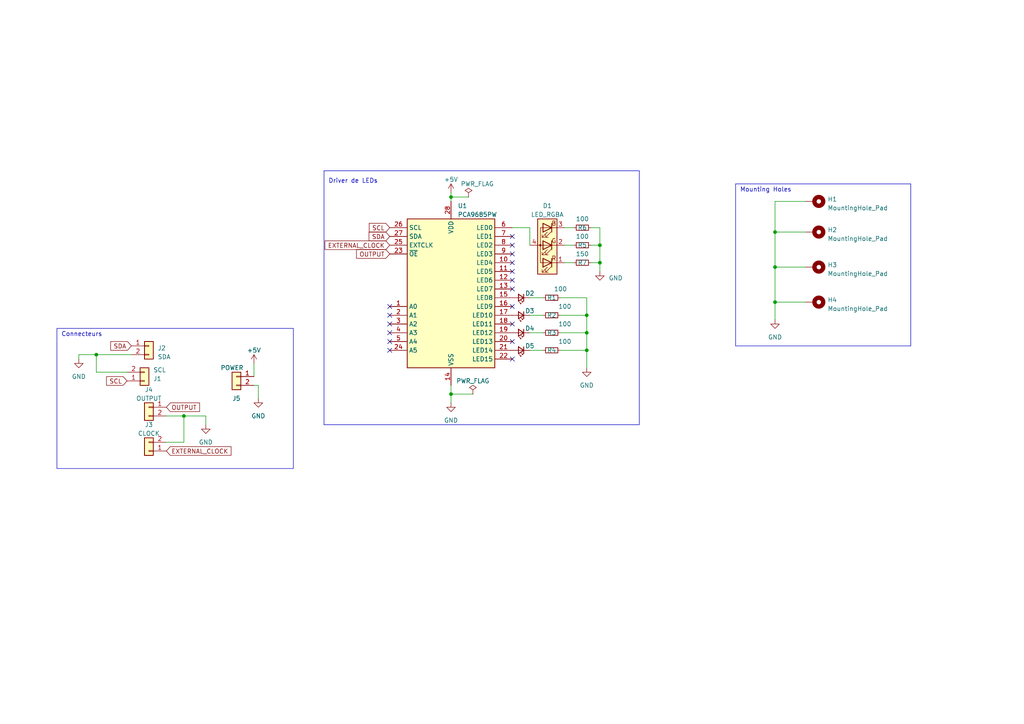
<source format=kicad_sch>
(kicad_sch (version 20230121) (generator eeschema)

  (uuid 623f52a9-c3b7-4663-802f-64c520840f8d)

  (paper "A4")

  (title_block
    (title "PCB LEDs")
    (date "2023-04-11")
    (rev "1.0")
    (company "ENSEA")
  )

  (lib_symbols
    (symbol "Connector_Generic:Conn_01x02" (pin_names (offset 1.016) hide) (in_bom yes) (on_board yes)
      (property "Reference" "J" (at 0 2.54 0)
        (effects (font (size 1.27 1.27)))
      )
      (property "Value" "Conn_01x02" (at 0 -5.08 0)
        (effects (font (size 1.27 1.27)))
      )
      (property "Footprint" "" (at 0 0 0)
        (effects (font (size 1.27 1.27)) hide)
      )
      (property "Datasheet" "~" (at 0 0 0)
        (effects (font (size 1.27 1.27)) hide)
      )
      (property "ki_keywords" "connector" (at 0 0 0)
        (effects (font (size 1.27 1.27)) hide)
      )
      (property "ki_description" "Generic connector, single row, 01x02, script generated (kicad-library-utils/schlib/autogen/connector/)" (at 0 0 0)
        (effects (font (size 1.27 1.27)) hide)
      )
      (property "ki_fp_filters" "Connector*:*_1x??_*" (at 0 0 0)
        (effects (font (size 1.27 1.27)) hide)
      )
      (symbol "Conn_01x02_1_1"
        (rectangle (start -1.27 -2.413) (end 0 -2.667)
          (stroke (width 0.1524) (type default))
          (fill (type none))
        )
        (rectangle (start -1.27 0.127) (end 0 -0.127)
          (stroke (width 0.1524) (type default))
          (fill (type none))
        )
        (rectangle (start -1.27 1.27) (end 1.27 -3.81)
          (stroke (width 0.254) (type default))
          (fill (type background))
        )
        (pin passive line (at -5.08 0 0) (length 3.81)
          (name "Pin_1" (effects (font (size 1.27 1.27))))
          (number "1" (effects (font (size 1.27 1.27))))
        )
        (pin passive line (at -5.08 -2.54 0) (length 3.81)
          (name "Pin_2" (effects (font (size 1.27 1.27))))
          (number "2" (effects (font (size 1.27 1.27))))
        )
      )
    )
    (symbol "Device:LED_RGBA" (pin_names (offset 0) hide) (in_bom yes) (on_board yes)
      (property "Reference" "D" (at 0 9.398 0)
        (effects (font (size 1.27 1.27)))
      )
      (property "Value" "LED_RGBA" (at 0 -8.89 0)
        (effects (font (size 1.27 1.27)))
      )
      (property "Footprint" "" (at 0 -1.27 0)
        (effects (font (size 1.27 1.27)) hide)
      )
      (property "Datasheet" "~" (at 0 -1.27 0)
        (effects (font (size 1.27 1.27)) hide)
      )
      (property "ki_keywords" "LED RGB diode" (at 0 0 0)
        (effects (font (size 1.27 1.27)) hide)
      )
      (property "ki_description" "RGB LED, red/green/blue/anode" (at 0 0 0)
        (effects (font (size 1.27 1.27)) hide)
      )
      (property "ki_fp_filters" "LED* LED_SMD:* LED_THT:*" (at 0 0 0)
        (effects (font (size 1.27 1.27)) hide)
      )
      (symbol "LED_RGBA_0_0"
        (text "B" (at -1.905 -6.35 0)
          (effects (font (size 1.27 1.27)))
        )
        (text "G" (at -1.905 -1.27 0)
          (effects (font (size 1.27 1.27)))
        )
        (text "R" (at -1.905 3.81 0)
          (effects (font (size 1.27 1.27)))
        )
      )
      (symbol "LED_RGBA_0_1"
        (polyline
          (pts
            (xy -1.27 -5.08)
            (xy -2.54 -5.08)
          )
          (stroke (width 0) (type default))
          (fill (type none))
        )
        (polyline
          (pts
            (xy -1.27 -5.08)
            (xy 1.27 -5.08)
          )
          (stroke (width 0) (type default))
          (fill (type none))
        )
        (polyline
          (pts
            (xy -1.27 -3.81)
            (xy -1.27 -6.35)
          )
          (stroke (width 0.254) (type default))
          (fill (type none))
        )
        (polyline
          (pts
            (xy -1.27 0)
            (xy -2.54 0)
          )
          (stroke (width 0) (type default))
          (fill (type none))
        )
        (polyline
          (pts
            (xy -1.27 1.27)
            (xy -1.27 -1.27)
          )
          (stroke (width 0.254) (type default))
          (fill (type none))
        )
        (polyline
          (pts
            (xy -1.27 5.08)
            (xy -2.54 5.08)
          )
          (stroke (width 0) (type default))
          (fill (type none))
        )
        (polyline
          (pts
            (xy -1.27 5.08)
            (xy 1.27 5.08)
          )
          (stroke (width 0) (type default))
          (fill (type none))
        )
        (polyline
          (pts
            (xy -1.27 6.35)
            (xy -1.27 3.81)
          )
          (stroke (width 0.254) (type default))
          (fill (type none))
        )
        (polyline
          (pts
            (xy 1.27 0)
            (xy -1.27 0)
          )
          (stroke (width 0) (type default))
          (fill (type none))
        )
        (polyline
          (pts
            (xy 1.27 0)
            (xy 2.54 0)
          )
          (stroke (width 0) (type default))
          (fill (type none))
        )
        (polyline
          (pts
            (xy -1.27 1.27)
            (xy -1.27 -1.27)
            (xy -1.27 -1.27)
          )
          (stroke (width 0) (type default))
          (fill (type none))
        )
        (polyline
          (pts
            (xy -1.27 6.35)
            (xy -1.27 3.81)
            (xy -1.27 3.81)
          )
          (stroke (width 0) (type default))
          (fill (type none))
        )
        (polyline
          (pts
            (xy 1.27 -5.08)
            (xy 2.032 -5.08)
            (xy 2.032 5.08)
            (xy 1.27 5.08)
          )
          (stroke (width 0) (type default))
          (fill (type none))
        )
        (polyline
          (pts
            (xy 1.27 -3.81)
            (xy 1.27 -6.35)
            (xy -1.27 -5.08)
            (xy 1.27 -3.81)
          )
          (stroke (width 0.254) (type default))
          (fill (type none))
        )
        (polyline
          (pts
            (xy 1.27 1.27)
            (xy 1.27 -1.27)
            (xy -1.27 0)
            (xy 1.27 1.27)
          )
          (stroke (width 0.254) (type default))
          (fill (type none))
        )
        (polyline
          (pts
            (xy 1.27 6.35)
            (xy 1.27 3.81)
            (xy -1.27 5.08)
            (xy 1.27 6.35)
          )
          (stroke (width 0.254) (type default))
          (fill (type none))
        )
        (polyline
          (pts
            (xy -1.016 -3.81)
            (xy 0.508 -2.286)
            (xy -0.254 -2.286)
            (xy 0.508 -2.286)
            (xy 0.508 -3.048)
          )
          (stroke (width 0) (type default))
          (fill (type none))
        )
        (polyline
          (pts
            (xy -1.016 1.27)
            (xy 0.508 2.794)
            (xy -0.254 2.794)
            (xy 0.508 2.794)
            (xy 0.508 2.032)
          )
          (stroke (width 0) (type default))
          (fill (type none))
        )
        (polyline
          (pts
            (xy -1.016 6.35)
            (xy 0.508 7.874)
            (xy -0.254 7.874)
            (xy 0.508 7.874)
            (xy 0.508 7.112)
          )
          (stroke (width 0) (type default))
          (fill (type none))
        )
        (polyline
          (pts
            (xy 0 -3.81)
            (xy 1.524 -2.286)
            (xy 0.762 -2.286)
            (xy 1.524 -2.286)
            (xy 1.524 -3.048)
          )
          (stroke (width 0) (type default))
          (fill (type none))
        )
        (polyline
          (pts
            (xy 0 1.27)
            (xy 1.524 2.794)
            (xy 0.762 2.794)
            (xy 1.524 2.794)
            (xy 1.524 2.032)
          )
          (stroke (width 0) (type default))
          (fill (type none))
        )
        (polyline
          (pts
            (xy 0 6.35)
            (xy 1.524 7.874)
            (xy 0.762 7.874)
            (xy 1.524 7.874)
            (xy 1.524 7.112)
          )
          (stroke (width 0) (type default))
          (fill (type none))
        )
        (rectangle (start 1.27 -1.27) (end 1.27 1.27)
          (stroke (width 0) (type default))
          (fill (type none))
        )
        (rectangle (start 1.27 1.27) (end 1.27 1.27)
          (stroke (width 0) (type default))
          (fill (type none))
        )
        (rectangle (start 1.27 3.81) (end 1.27 6.35)
          (stroke (width 0) (type default))
          (fill (type none))
        )
        (rectangle (start 1.27 6.35) (end 1.27 6.35)
          (stroke (width 0) (type default))
          (fill (type none))
        )
        (circle (center 2.032 0) (radius 0.254)
          (stroke (width 0) (type default))
          (fill (type outline))
        )
        (rectangle (start 2.794 8.382) (end -2.794 -7.62)
          (stroke (width 0.254) (type default))
          (fill (type background))
        )
      )
      (symbol "LED_RGBA_1_1"
        (pin passive line (at -5.08 5.08 0) (length 2.54)
          (name "RK" (effects (font (size 1.27 1.27))))
          (number "1" (effects (font (size 1.27 1.27))))
        )
        (pin passive line (at -5.08 0 0) (length 2.54)
          (name "GK" (effects (font (size 1.27 1.27))))
          (number "2" (effects (font (size 1.27 1.27))))
        )
        (pin passive line (at -5.08 -5.08 0) (length 2.54)
          (name "BK" (effects (font (size 1.27 1.27))))
          (number "3" (effects (font (size 1.27 1.27))))
        )
        (pin passive line (at 5.08 0 180) (length 2.54)
          (name "A" (effects (font (size 1.27 1.27))))
          (number "4" (effects (font (size 1.27 1.27))))
        )
      )
    )
    (symbol "Device:LED_Small" (pin_numbers hide) (pin_names (offset 0.254) hide) (in_bom yes) (on_board yes)
      (property "Reference" "D" (at -1.27 3.175 0)
        (effects (font (size 1.27 1.27)) (justify left))
      )
      (property "Value" "LED_Small" (at -4.445 -2.54 0)
        (effects (font (size 1.27 1.27)) (justify left))
      )
      (property "Footprint" "" (at 0 0 90)
        (effects (font (size 1.27 1.27)) hide)
      )
      (property "Datasheet" "~" (at 0 0 90)
        (effects (font (size 1.27 1.27)) hide)
      )
      (property "ki_keywords" "LED diode light-emitting-diode" (at 0 0 0)
        (effects (font (size 1.27 1.27)) hide)
      )
      (property "ki_description" "Light emitting diode, small symbol" (at 0 0 0)
        (effects (font (size 1.27 1.27)) hide)
      )
      (property "ki_fp_filters" "LED* LED_SMD:* LED_THT:*" (at 0 0 0)
        (effects (font (size 1.27 1.27)) hide)
      )
      (symbol "LED_Small_0_1"
        (polyline
          (pts
            (xy -0.762 -1.016)
            (xy -0.762 1.016)
          )
          (stroke (width 0.254) (type default))
          (fill (type none))
        )
        (polyline
          (pts
            (xy 1.016 0)
            (xy -0.762 0)
          )
          (stroke (width 0) (type default))
          (fill (type none))
        )
        (polyline
          (pts
            (xy 0.762 -1.016)
            (xy -0.762 0)
            (xy 0.762 1.016)
            (xy 0.762 -1.016)
          )
          (stroke (width 0.254) (type default))
          (fill (type none))
        )
        (polyline
          (pts
            (xy 0 0.762)
            (xy -0.508 1.27)
            (xy -0.254 1.27)
            (xy -0.508 1.27)
            (xy -0.508 1.016)
          )
          (stroke (width 0) (type default))
          (fill (type none))
        )
        (polyline
          (pts
            (xy 0.508 1.27)
            (xy 0 1.778)
            (xy 0.254 1.778)
            (xy 0 1.778)
            (xy 0 1.524)
          )
          (stroke (width 0) (type default))
          (fill (type none))
        )
      )
      (symbol "LED_Small_1_1"
        (pin passive line (at -2.54 0 0) (length 1.778)
          (name "K" (effects (font (size 1.27 1.27))))
          (number "1" (effects (font (size 1.27 1.27))))
        )
        (pin passive line (at 2.54 0 180) (length 1.778)
          (name "A" (effects (font (size 1.27 1.27))))
          (number "2" (effects (font (size 1.27 1.27))))
        )
      )
    )
    (symbol "Device:R_Small" (pin_numbers hide) (pin_names (offset 0.254) hide) (in_bom yes) (on_board yes)
      (property "Reference" "R" (at 0.762 0.508 0)
        (effects (font (size 1.27 1.27)) (justify left))
      )
      (property "Value" "R_Small" (at 0.762 -1.016 0)
        (effects (font (size 1.27 1.27)) (justify left))
      )
      (property "Footprint" "" (at 0 0 0)
        (effects (font (size 1.27 1.27)) hide)
      )
      (property "Datasheet" "~" (at 0 0 0)
        (effects (font (size 1.27 1.27)) hide)
      )
      (property "ki_keywords" "R resistor" (at 0 0 0)
        (effects (font (size 1.27 1.27)) hide)
      )
      (property "ki_description" "Resistor, small symbol" (at 0 0 0)
        (effects (font (size 1.27 1.27)) hide)
      )
      (property "ki_fp_filters" "R_*" (at 0 0 0)
        (effects (font (size 1.27 1.27)) hide)
      )
      (symbol "R_Small_0_1"
        (rectangle (start -0.762 1.778) (end 0.762 -1.778)
          (stroke (width 0.2032) (type default))
          (fill (type none))
        )
      )
      (symbol "R_Small_1_1"
        (pin passive line (at 0 2.54 270) (length 0.762)
          (name "~" (effects (font (size 1.27 1.27))))
          (number "1" (effects (font (size 1.27 1.27))))
        )
        (pin passive line (at 0 -2.54 90) (length 0.762)
          (name "~" (effects (font (size 1.27 1.27))))
          (number "2" (effects (font (size 1.27 1.27))))
        )
      )
    )
    (symbol "Driver_LED:PCA9685PW" (in_bom yes) (on_board yes)
      (property "Reference" "U" (at -12.7 22.225 0)
        (effects (font (size 1.27 1.27)) (justify left))
      )
      (property "Value" "PCA9685PW" (at 1.27 22.225 0)
        (effects (font (size 1.27 1.27)) (justify left))
      )
      (property "Footprint" "Package_SO:TSSOP-28_4.4x9.7mm_P0.65mm" (at 0.635 -24.765 0)
        (effects (font (size 1.27 1.27)) (justify left) hide)
      )
      (property "Datasheet" "http://www.nxp.com/documents/data_sheet/PCA9685.pdf" (at -10.16 17.78 0)
        (effects (font (size 1.27 1.27)) hide)
      )
      (property "ki_keywords" "PWM LED driver I2C TSSOP" (at 0 0 0)
        (effects (font (size 1.27 1.27)) hide)
      )
      (property "ki_description" "16-channel 12-bit PWM Fm+ I2C-bus LED controller RGBA TSSOP" (at 0 0 0)
        (effects (font (size 1.27 1.27)) hide)
      )
      (property "ki_fp_filters" "TSSOP*4.4x9.7mm*P0.65mm*" (at 0 0 0)
        (effects (font (size 1.27 1.27)) hide)
      )
      (symbol "PCA9685PW_0_1"
        (rectangle (start -12.7 20.32) (end 12.7 -22.86)
          (stroke (width 0.254) (type default))
          (fill (type background))
        )
      )
      (symbol "PCA9685PW_1_1"
        (pin input line (at -17.78 -5.08 0) (length 5.08)
          (name "A0" (effects (font (size 1.27 1.27))))
          (number "1" (effects (font (size 1.27 1.27))))
        )
        (pin output line (at 17.78 7.62 180) (length 5.08)
          (name "LED4" (effects (font (size 1.27 1.27))))
          (number "10" (effects (font (size 1.27 1.27))))
        )
        (pin output line (at 17.78 5.08 180) (length 5.08)
          (name "LED5" (effects (font (size 1.27 1.27))))
          (number "11" (effects (font (size 1.27 1.27))))
        )
        (pin output line (at 17.78 2.54 180) (length 5.08)
          (name "LED6" (effects (font (size 1.27 1.27))))
          (number "12" (effects (font (size 1.27 1.27))))
        )
        (pin output line (at 17.78 0 180) (length 5.08)
          (name "LED7" (effects (font (size 1.27 1.27))))
          (number "13" (effects (font (size 1.27 1.27))))
        )
        (pin power_in line (at 0 -27.94 90) (length 5.08)
          (name "VSS" (effects (font (size 1.27 1.27))))
          (number "14" (effects (font (size 1.27 1.27))))
        )
        (pin output line (at 17.78 -2.54 180) (length 5.08)
          (name "LED8" (effects (font (size 1.27 1.27))))
          (number "15" (effects (font (size 1.27 1.27))))
        )
        (pin output line (at 17.78 -5.08 180) (length 5.08)
          (name "LED9" (effects (font (size 1.27 1.27))))
          (number "16" (effects (font (size 1.27 1.27))))
        )
        (pin output line (at 17.78 -7.62 180) (length 5.08)
          (name "LED10" (effects (font (size 1.27 1.27))))
          (number "17" (effects (font (size 1.27 1.27))))
        )
        (pin output line (at 17.78 -10.16 180) (length 5.08)
          (name "LED11" (effects (font (size 1.27 1.27))))
          (number "18" (effects (font (size 1.27 1.27))))
        )
        (pin output line (at 17.78 -12.7 180) (length 5.08)
          (name "LED12" (effects (font (size 1.27 1.27))))
          (number "19" (effects (font (size 1.27 1.27))))
        )
        (pin input line (at -17.78 -7.62 0) (length 5.08)
          (name "A1" (effects (font (size 1.27 1.27))))
          (number "2" (effects (font (size 1.27 1.27))))
        )
        (pin output line (at 17.78 -15.24 180) (length 5.08)
          (name "LED13" (effects (font (size 1.27 1.27))))
          (number "20" (effects (font (size 1.27 1.27))))
        )
        (pin output line (at 17.78 -17.78 180) (length 5.08)
          (name "LED14" (effects (font (size 1.27 1.27))))
          (number "21" (effects (font (size 1.27 1.27))))
        )
        (pin output line (at 17.78 -20.32 180) (length 5.08)
          (name "LED15" (effects (font (size 1.27 1.27))))
          (number "22" (effects (font (size 1.27 1.27))))
        )
        (pin input line (at -17.78 10.16 0) (length 5.08)
          (name "~{OE}" (effects (font (size 1.27 1.27))))
          (number "23" (effects (font (size 1.27 1.27))))
        )
        (pin input line (at -17.78 -17.78 0) (length 5.08)
          (name "A5" (effects (font (size 1.27 1.27))))
          (number "24" (effects (font (size 1.27 1.27))))
        )
        (pin input line (at -17.78 12.7 0) (length 5.08)
          (name "EXTCLK" (effects (font (size 1.27 1.27))))
          (number "25" (effects (font (size 1.27 1.27))))
        )
        (pin input line (at -17.78 17.78 0) (length 5.08)
          (name "SCL" (effects (font (size 1.27 1.27))))
          (number "26" (effects (font (size 1.27 1.27))))
        )
        (pin bidirectional line (at -17.78 15.24 0) (length 5.08)
          (name "SDA" (effects (font (size 1.27 1.27))))
          (number "27" (effects (font (size 1.27 1.27))))
        )
        (pin power_in line (at 0 25.4 270) (length 5.08)
          (name "VDD" (effects (font (size 1.27 1.27))))
          (number "28" (effects (font (size 1.27 1.27))))
        )
        (pin input line (at -17.78 -10.16 0) (length 5.08)
          (name "A2" (effects (font (size 1.27 1.27))))
          (number "3" (effects (font (size 1.27 1.27))))
        )
        (pin input line (at -17.78 -12.7 0) (length 5.08)
          (name "A3" (effects (font (size 1.27 1.27))))
          (number "4" (effects (font (size 1.27 1.27))))
        )
        (pin input line (at -17.78 -15.24 0) (length 5.08)
          (name "A4" (effects (font (size 1.27 1.27))))
          (number "5" (effects (font (size 1.27 1.27))))
        )
        (pin output line (at 17.78 17.78 180) (length 5.08)
          (name "LED0" (effects (font (size 1.27 1.27))))
          (number "6" (effects (font (size 1.27 1.27))))
        )
        (pin output line (at 17.78 15.24 180) (length 5.08)
          (name "LED1" (effects (font (size 1.27 1.27))))
          (number "7" (effects (font (size 1.27 1.27))))
        )
        (pin output line (at 17.78 12.7 180) (length 5.08)
          (name "LED2" (effects (font (size 1.27 1.27))))
          (number "8" (effects (font (size 1.27 1.27))))
        )
        (pin output line (at 17.78 10.16 180) (length 5.08)
          (name "LED3" (effects (font (size 1.27 1.27))))
          (number "9" (effects (font (size 1.27 1.27))))
        )
      )
    )
    (symbol "Mechanical:MountingHole_Pad" (pin_numbers hide) (pin_names (offset 1.016) hide) (in_bom yes) (on_board yes)
      (property "Reference" "H" (at 0 6.35 0)
        (effects (font (size 1.27 1.27)))
      )
      (property "Value" "MountingHole_Pad" (at 0 4.445 0)
        (effects (font (size 1.27 1.27)))
      )
      (property "Footprint" "" (at 0 0 0)
        (effects (font (size 1.27 1.27)) hide)
      )
      (property "Datasheet" "~" (at 0 0 0)
        (effects (font (size 1.27 1.27)) hide)
      )
      (property "ki_keywords" "mounting hole" (at 0 0 0)
        (effects (font (size 1.27 1.27)) hide)
      )
      (property "ki_description" "Mounting Hole with connection" (at 0 0 0)
        (effects (font (size 1.27 1.27)) hide)
      )
      (property "ki_fp_filters" "MountingHole*Pad*" (at 0 0 0)
        (effects (font (size 1.27 1.27)) hide)
      )
      (symbol "MountingHole_Pad_0_1"
        (circle (center 0 1.27) (radius 1.27)
          (stroke (width 1.27) (type default))
          (fill (type none))
        )
      )
      (symbol "MountingHole_Pad_1_1"
        (pin input line (at 0 -2.54 90) (length 2.54)
          (name "1" (effects (font (size 1.27 1.27))))
          (number "1" (effects (font (size 1.27 1.27))))
        )
      )
    )
    (symbol "power:+5V" (power) (pin_names (offset 0)) (in_bom yes) (on_board yes)
      (property "Reference" "#PWR" (at 0 -3.81 0)
        (effects (font (size 1.27 1.27)) hide)
      )
      (property "Value" "+5V" (at 0 3.556 0)
        (effects (font (size 1.27 1.27)))
      )
      (property "Footprint" "" (at 0 0 0)
        (effects (font (size 1.27 1.27)) hide)
      )
      (property "Datasheet" "" (at 0 0 0)
        (effects (font (size 1.27 1.27)) hide)
      )
      (property "ki_keywords" "global power" (at 0 0 0)
        (effects (font (size 1.27 1.27)) hide)
      )
      (property "ki_description" "Power symbol creates a global label with name \"+5V\"" (at 0 0 0)
        (effects (font (size 1.27 1.27)) hide)
      )
      (symbol "+5V_0_1"
        (polyline
          (pts
            (xy -0.762 1.27)
            (xy 0 2.54)
          )
          (stroke (width 0) (type default))
          (fill (type none))
        )
        (polyline
          (pts
            (xy 0 0)
            (xy 0 2.54)
          )
          (stroke (width 0) (type default))
          (fill (type none))
        )
        (polyline
          (pts
            (xy 0 2.54)
            (xy 0.762 1.27)
          )
          (stroke (width 0) (type default))
          (fill (type none))
        )
      )
      (symbol "+5V_1_1"
        (pin power_in line (at 0 0 90) (length 0) hide
          (name "+5V" (effects (font (size 1.27 1.27))))
          (number "1" (effects (font (size 1.27 1.27))))
        )
      )
    )
    (symbol "power:GND" (power) (pin_names (offset 0)) (in_bom yes) (on_board yes)
      (property "Reference" "#PWR" (at 0 -6.35 0)
        (effects (font (size 1.27 1.27)) hide)
      )
      (property "Value" "GND" (at 0 -3.81 0)
        (effects (font (size 1.27 1.27)))
      )
      (property "Footprint" "" (at 0 0 0)
        (effects (font (size 1.27 1.27)) hide)
      )
      (property "Datasheet" "" (at 0 0 0)
        (effects (font (size 1.27 1.27)) hide)
      )
      (property "ki_keywords" "global power" (at 0 0 0)
        (effects (font (size 1.27 1.27)) hide)
      )
      (property "ki_description" "Power symbol creates a global label with name \"GND\" , ground" (at 0 0 0)
        (effects (font (size 1.27 1.27)) hide)
      )
      (symbol "GND_0_1"
        (polyline
          (pts
            (xy 0 0)
            (xy 0 -1.27)
            (xy 1.27 -1.27)
            (xy 0 -2.54)
            (xy -1.27 -1.27)
            (xy 0 -1.27)
          )
          (stroke (width 0) (type default))
          (fill (type none))
        )
      )
      (symbol "GND_1_1"
        (pin power_in line (at 0 0 270) (length 0) hide
          (name "GND" (effects (font (size 1.27 1.27))))
          (number "1" (effects (font (size 1.27 1.27))))
        )
      )
    )
    (symbol "power:PWR_FLAG" (power) (pin_numbers hide) (pin_names (offset 0) hide) (in_bom yes) (on_board yes)
      (property "Reference" "#FLG" (at 0 1.905 0)
        (effects (font (size 1.27 1.27)) hide)
      )
      (property "Value" "PWR_FLAG" (at 0 3.81 0)
        (effects (font (size 1.27 1.27)))
      )
      (property "Footprint" "" (at 0 0 0)
        (effects (font (size 1.27 1.27)) hide)
      )
      (property "Datasheet" "~" (at 0 0 0)
        (effects (font (size 1.27 1.27)) hide)
      )
      (property "ki_keywords" "flag power" (at 0 0 0)
        (effects (font (size 1.27 1.27)) hide)
      )
      (property "ki_description" "Special symbol for telling ERC where power comes from" (at 0 0 0)
        (effects (font (size 1.27 1.27)) hide)
      )
      (symbol "PWR_FLAG_0_0"
        (pin power_out line (at 0 0 90) (length 0)
          (name "pwr" (effects (font (size 1.27 1.27))))
          (number "1" (effects (font (size 1.27 1.27))))
        )
      )
      (symbol "PWR_FLAG_0_1"
        (polyline
          (pts
            (xy 0 0)
            (xy 0 1.27)
            (xy -1.016 1.905)
            (xy 0 2.54)
            (xy 1.016 1.905)
            (xy 0 1.27)
          )
          (stroke (width 0) (type default))
          (fill (type none))
        )
      )
    )
  )

  (junction (at 224.79 77.47) (diameter 0) (color 0 0 0 0)
    (uuid 0b675db7-a897-4cee-8e15-c6f46db5ac5a)
  )
  (junction (at 170.18 101.6) (diameter 0) (color 0 0 0 0)
    (uuid 1a4867ca-2104-46a9-9679-20af2206a967)
  )
  (junction (at 130.81 57.15) (diameter 0) (color 0 0 0 0)
    (uuid 3074c6e3-2090-4d95-a1a2-db9a0a6fd301)
  )
  (junction (at 173.99 76.2) (diameter 0) (color 0 0 0 0)
    (uuid 47dd0331-6702-4d17-b9dc-601cde0f7b77)
  )
  (junction (at 130.81 114.3) (diameter 0) (color 0 0 0 0)
    (uuid 571876ed-b34d-42d2-bae6-0925474bbd59)
  )
  (junction (at 170.18 91.44) (diameter 0) (color 0 0 0 0)
    (uuid 5b001de1-068b-4188-afa0-6692c4cdce63)
  )
  (junction (at 27.94 102.87) (diameter 0) (color 0 0 0 0)
    (uuid 6b92b8c2-05b8-4472-b21c-40ca879e15b6)
  )
  (junction (at 224.79 67.31) (diameter 0) (color 0 0 0 0)
    (uuid 86663dd7-87be-48ff-9817-8117dbb9678b)
  )
  (junction (at 53.34 120.65) (diameter 0) (color 0 0 0 0)
    (uuid 93fb18a3-91fe-4614-b557-048d5d797c9b)
  )
  (junction (at 170.18 96.52) (diameter 0) (color 0 0 0 0)
    (uuid aa68e9df-4c4b-4a61-ab16-b8b19051fe6c)
  )
  (junction (at 173.99 71.12) (diameter 0) (color 0 0 0 0)
    (uuid ace8a133-6b7c-4ba2-a4a2-d27256120ad3)
  )
  (junction (at 224.79 87.63) (diameter 0) (color 0 0 0 0)
    (uuid d6fc1985-d035-448d-90a0-6171afaf3f19)
  )

  (no_connect (at 113.03 91.44) (uuid 43d6d3e4-3c5f-4025-9e73-257f7a63d446))
  (no_connect (at 148.59 76.2) (uuid 49787b3a-de68-4bf0-9c58-70cd4fe127f7))
  (no_connect (at 148.59 81.28) (uuid 59b05a92-73c6-4525-9274-64ee3af90a3e))
  (no_connect (at 113.03 88.9) (uuid 5d9ba413-2293-4393-9bc1-cda13c824f3e))
  (no_connect (at 148.59 78.74) (uuid 6b1eb0f0-652c-4614-b70a-71036c6e2cde))
  (no_connect (at 148.59 83.82) (uuid 6d9bf448-5a4e-4fbf-8246-1ca24778d1c1))
  (no_connect (at 113.03 93.98) (uuid 768c432f-28ca-45cc-9ece-ec26d990912d))
  (no_connect (at 113.03 96.52) (uuid 83617eb1-becd-4a23-b08b-13522b4b5113))
  (no_connect (at 148.59 73.66) (uuid 85b04fee-b117-4c4a-a77d-5f6d68d1686c))
  (no_connect (at 148.59 93.98) (uuid 85f46c3a-76dc-4004-bb3e-4517b18f7c6e))
  (no_connect (at 148.59 104.14) (uuid 8c79b262-fb39-4922-be7d-9c4372524ae7))
  (no_connect (at 148.59 88.9) (uuid ad4bdec5-b959-43f0-9481-bf63b2b596c7))
  (no_connect (at 148.59 68.58) (uuid ce26c6f6-a372-4b74-a8f7-18adc8d2a348))
  (no_connect (at 113.03 99.06) (uuid cf3401da-aea1-429c-b385-02d396c52132))
  (no_connect (at 148.59 99.06) (uuid d1dc13c7-fe38-4c9d-b773-9fa79de0ebe5))
  (no_connect (at 113.03 101.6) (uuid d69d82e6-c101-4555-a66e-a59cd4c2a73a))
  (no_connect (at 148.59 71.12) (uuid f18cc81a-3a06-434f-b5b9-346cf2f7a303))

  (wire (pts (xy 130.81 114.3) (xy 137.16 114.3))
    (stroke (width 0) (type default))
    (uuid 0050e121-4b99-428c-98b5-b196c5f290b9)
  )
  (polyline (pts (xy 93.98 49.53) (xy 185.42 49.53))
    (stroke (width 0) (type default))
    (uuid 055746b9-9554-4839-bef5-4f5e699c9795)
  )

  (wire (pts (xy 170.18 91.44) (xy 170.18 96.52))
    (stroke (width 0) (type default))
    (uuid 0c0703cd-c11a-4d85-bc1e-2040107a9fe3)
  )
  (wire (pts (xy 163.83 76.2) (xy 166.37 76.2))
    (stroke (width 0) (type default))
    (uuid 156969c9-7300-44bb-a527-12c5cce76d80)
  )
  (wire (pts (xy 27.94 107.95) (xy 36.83 107.95))
    (stroke (width 0) (type default))
    (uuid 167e8062-fc9b-4c81-85cc-b4426fa5a4a8)
  )
  (wire (pts (xy 163.83 66.04) (xy 166.37 66.04))
    (stroke (width 0) (type default))
    (uuid 20d18916-8988-4628-b9bf-4f9a4edac832)
  )
  (wire (pts (xy 53.34 128.27) (xy 53.34 120.65))
    (stroke (width 0) (type default))
    (uuid 238a8857-daae-4373-8c45-62bb0bd9e2b4)
  )
  (wire (pts (xy 224.79 77.47) (xy 233.68 77.47))
    (stroke (width 0) (type default))
    (uuid 24fb9e0f-067a-43cb-be67-18cc74ac11ec)
  )
  (wire (pts (xy 162.56 96.52) (xy 170.18 96.52))
    (stroke (width 0) (type default))
    (uuid 2e5599af-a412-49a4-8fef-ff5c96f40f86)
  )
  (wire (pts (xy 73.66 105.41) (xy 73.66 109.22))
    (stroke (width 0) (type default))
    (uuid 35583173-b092-4708-a0a6-6f72a788a8e9)
  )
  (wire (pts (xy 170.18 101.6) (xy 170.18 106.68))
    (stroke (width 0) (type default))
    (uuid 439302c3-e472-494a-ba57-e329129a4bae)
  )
  (wire (pts (xy 170.18 86.36) (xy 170.18 91.44))
    (stroke (width 0) (type default))
    (uuid 5999ba80-421d-4d87-8cf5-70e6b3bd8917)
  )
  (wire (pts (xy 148.59 66.04) (xy 153.67 66.04))
    (stroke (width 0) (type default))
    (uuid 63fd3221-22f9-4bdc-8a0c-05ca8a67c724)
  )
  (wire (pts (xy 27.94 107.95) (xy 27.94 102.87))
    (stroke (width 0) (type default))
    (uuid 73ff6847-d3b0-4042-9441-cb71b058117c)
  )
  (wire (pts (xy 153.67 91.44) (xy 157.48 91.44))
    (stroke (width 0) (type default))
    (uuid 75398349-de54-4893-9d2a-6974b73551d3)
  )
  (polyline (pts (xy 93.98 49.53) (xy 93.98 123.19))
    (stroke (width 0) (type default))
    (uuid 775afe9f-1405-4eaa-972d-f1ab596db359)
  )
  (polyline (pts (xy 185.42 49.53) (xy 185.42 123.19))
    (stroke (width 0) (type default))
    (uuid 79105284-e511-4aab-b13a-997e51dd4df3)
  )

  (wire (pts (xy 74.93 111.76) (xy 74.93 115.57))
    (stroke (width 0) (type default))
    (uuid 838401b8-3ce1-422a-bd37-c3c3fa308761)
  )
  (wire (pts (xy 170.18 96.52) (xy 170.18 101.6))
    (stroke (width 0) (type default))
    (uuid 84b0e48f-6947-4422-9239-ff45837879c8)
  )
  (wire (pts (xy 173.99 71.12) (xy 171.45 71.12))
    (stroke (width 0) (type default))
    (uuid 84c74f6d-01a7-4d0b-bb56-ba258324e545)
  )
  (wire (pts (xy 224.79 77.47) (xy 224.79 87.63))
    (stroke (width 0) (type default))
    (uuid 85feffa5-1a39-427d-b2b6-5e0956a0e094)
  )
  (wire (pts (xy 224.79 87.63) (xy 224.79 92.71))
    (stroke (width 0) (type default))
    (uuid 8b5485b7-a384-434d-a602-8a1106b558ce)
  )
  (wire (pts (xy 153.67 86.36) (xy 157.48 86.36))
    (stroke (width 0) (type default))
    (uuid 8c2de19e-8293-43e9-8d86-6770cf36cc3b)
  )
  (wire (pts (xy 59.69 120.65) (xy 59.69 123.19))
    (stroke (width 0) (type default))
    (uuid 92271efb-faf3-435e-afb3-33b23a6e85cb)
  )
  (polyline (pts (xy 213.36 53.34) (xy 213.36 100.33))
    (stroke (width 0) (type default))
    (uuid 9463932f-acfc-45e6-952f-6753010471af)
  )
  (polyline (pts (xy 264.16 100.33) (xy 213.36 100.33))
    (stroke (width 0) (type default))
    (uuid 95f1670b-f225-425e-aae4-07cd0e8e4344)
  )

  (wire (pts (xy 162.56 86.36) (xy 170.18 86.36))
    (stroke (width 0) (type default))
    (uuid 9850cf81-7c9d-44e1-8fe7-30e465881304)
  )
  (wire (pts (xy 130.81 57.15) (xy 135.89 57.15))
    (stroke (width 0) (type default))
    (uuid 9a91665e-bbe1-4441-8629-fd9ae9ad4c1d)
  )
  (wire (pts (xy 171.45 66.04) (xy 173.99 66.04))
    (stroke (width 0) (type default))
    (uuid 9f3c10fc-663b-4d61-ad68-6bbef0436b58)
  )
  (wire (pts (xy 173.99 78.74) (xy 173.99 76.2))
    (stroke (width 0) (type default))
    (uuid a2f1224e-6944-4415-94da-ce0c7091f51c)
  )
  (wire (pts (xy 48.26 128.27) (xy 53.34 128.27))
    (stroke (width 0) (type default))
    (uuid a4dc23e5-6ca8-43e5-b3d2-571f24cc3aca)
  )
  (wire (pts (xy 162.56 101.6) (xy 170.18 101.6))
    (stroke (width 0) (type default))
    (uuid a5dadb3c-dafb-4339-a356-90e11e93217f)
  )
  (polyline (pts (xy 264.16 53.34) (xy 264.16 100.33))
    (stroke (width 0) (type default))
    (uuid a6fda5d5-3cda-44c4-a5b5-0e17a7c94e2e)
  )

  (wire (pts (xy 171.45 76.2) (xy 173.99 76.2))
    (stroke (width 0) (type default))
    (uuid acecf59b-f48c-47bd-888b-65134aa1c042)
  )
  (polyline (pts (xy 213.36 53.34) (xy 264.16 53.34))
    (stroke (width 0) (type default))
    (uuid b4c09b80-170c-4775-8499-395d87b00c1a)
  )

  (wire (pts (xy 27.94 102.87) (xy 22.86 102.87))
    (stroke (width 0) (type default))
    (uuid b84dcde5-15e4-450f-9311-84ac032d0239)
  )
  (wire (pts (xy 53.34 120.65) (xy 59.69 120.65))
    (stroke (width 0) (type default))
    (uuid b9200267-b76e-4f8c-b59a-4e444f68b48e)
  )
  (wire (pts (xy 224.79 87.63) (xy 233.68 87.63))
    (stroke (width 0) (type default))
    (uuid bb0dcde8-ac71-4c6f-9d10-7a6076c53957)
  )
  (wire (pts (xy 130.81 114.3) (xy 130.81 111.76))
    (stroke (width 0) (type default))
    (uuid c113d215-6eea-4f02-a478-984d6ba8e113)
  )
  (polyline (pts (xy 185.42 123.19) (xy 93.98 123.19))
    (stroke (width 0) (type default))
    (uuid c1c34737-e362-4c0d-9829-1660aadda0e5)
  )

  (wire (pts (xy 224.79 67.31) (xy 233.68 67.31))
    (stroke (width 0) (type default))
    (uuid c4e2abe8-48fa-4121-ad30-437778a19a2e)
  )
  (wire (pts (xy 153.67 66.04) (xy 153.67 71.12))
    (stroke (width 0) (type default))
    (uuid c6d2f14d-5437-4d1c-96cd-98c0c13956ab)
  )
  (wire (pts (xy 153.67 96.52) (xy 157.48 96.52))
    (stroke (width 0) (type default))
    (uuid c72a7cbf-fccd-408f-8032-fe7272742bb3)
  )
  (wire (pts (xy 173.99 66.04) (xy 173.99 71.12))
    (stroke (width 0) (type default))
    (uuid c97cc918-45c1-4489-a670-9d4b37a3abd4)
  )
  (wire (pts (xy 22.86 102.87) (xy 22.86 104.14))
    (stroke (width 0) (type default))
    (uuid cf5abd33-138e-4bf8-b092-a60676792bfc)
  )
  (wire (pts (xy 130.81 55.88) (xy 130.81 57.15))
    (stroke (width 0) (type default))
    (uuid d44e24db-de08-4bb8-98ec-7b361fb0fa10)
  )
  (wire (pts (xy 233.68 58.42) (xy 224.79 58.42))
    (stroke (width 0) (type default))
    (uuid d4949784-7146-4ed6-b988-f47d6224584c)
  )
  (wire (pts (xy 38.1 102.87) (xy 27.94 102.87))
    (stroke (width 0) (type default))
    (uuid d5180158-a66c-47a2-84b0-f0f82561e1e6)
  )
  (wire (pts (xy 48.26 120.65) (xy 53.34 120.65))
    (stroke (width 0) (type default))
    (uuid db2fea67-1483-460d-8d56-fd4191bedd8c)
  )
  (wire (pts (xy 166.37 71.12) (xy 163.83 71.12))
    (stroke (width 0) (type default))
    (uuid dcbcdca8-cd1a-4e7c-8564-90536c8c8fe6)
  )
  (wire (pts (xy 224.79 67.31) (xy 224.79 77.47))
    (stroke (width 0) (type default))
    (uuid dd0a3586-f56f-4564-9978-12ed6d23fc67)
  )
  (wire (pts (xy 162.56 91.44) (xy 170.18 91.44))
    (stroke (width 0) (type default))
    (uuid e52b2b90-27b9-44c1-8334-fdf6f7167369)
  )
  (wire (pts (xy 130.81 57.15) (xy 130.81 58.42))
    (stroke (width 0) (type default))
    (uuid efab7808-e3c0-4d77-afec-1d5ba20fad73)
  )
  (wire (pts (xy 224.79 58.42) (xy 224.79 67.31))
    (stroke (width 0) (type default))
    (uuid f14e63ba-351b-4765-a6c7-a095d5c474b7)
  )
  (wire (pts (xy 153.67 101.6) (xy 157.48 101.6))
    (stroke (width 0) (type default))
    (uuid f2f121b8-1d79-4e00-95ad-79012405b64a)
  )
  (wire (pts (xy 73.66 111.76) (xy 74.93 111.76))
    (stroke (width 0) (type default))
    (uuid f501025a-df64-494a-ae30-1187c087e4ea)
  )
  (wire (pts (xy 130.81 116.84) (xy 130.81 114.3))
    (stroke (width 0) (type default))
    (uuid f8ec32ce-bc4b-4ebb-ac33-e6d127dc538c)
  )
  (wire (pts (xy 173.99 76.2) (xy 173.99 71.12))
    (stroke (width 0) (type default))
    (uuid fe91882f-6bac-4fe9-a8f3-cfdd24f43748)
  )

  (rectangle (start 16.51 95.25) (end 85.09 135.89)
    (stroke (width 0) (type default))
    (fill (type none))
    (uuid 1937fd7a-5acb-4317-baaa-f5d7117be4b8)
  )

  (text "Connecteurs" (at 17.78 97.79 0)
    (effects (font (size 1.27 1.27)) (justify left bottom))
    (uuid 09595799-aff2-4bd1-a472-6babc43370c9)
  )
  (text "Mounting Holes" (at 214.63 55.88 0)
    (effects (font (size 1.27 1.27)) (justify left bottom))
    (uuid b8ae6491-2e55-42af-bc51-bae82f3a9753)
  )
  (text "Driver de LEDs" (at 95.25 53.34 0)
    (effects (font (size 1.27 1.27)) (justify left bottom))
    (uuid bcd08441-367e-4a29-8f53-07e9b76e7adb)
  )

  (global_label "SCL" (shape input) (at 113.03 66.04 180) (fields_autoplaced)
    (effects (font (size 1.27 1.27)) (justify right))
    (uuid 475f8d78-82a5-4fb4-83be-440bd0b7eda0)
    (property "Intersheetrefs" "${INTERSHEET_REFS}" (at 106.6166 66.04 0)
      (effects (font (size 1.27 1.27)) (justify right) hide)
    )
  )
  (global_label "SCL" (shape input) (at 36.83 110.49 180) (fields_autoplaced)
    (effects (font (size 1.27 1.27)) (justify right))
    (uuid 51a309f8-e9c1-49ad-8ce0-396cddd1ccca)
    (property "Intersheetrefs" "${INTERSHEET_REFS}" (at 30.4166 110.49 0)
      (effects (font (size 1.27 1.27)) (justify right) hide)
    )
  )
  (global_label "SDA" (shape input) (at 113.03 68.58 180) (fields_autoplaced)
    (effects (font (size 1.27 1.27)) (justify right))
    (uuid 61fe8dfc-836e-4fcf-83ca-f4e33ccd691f)
    (property "Intersheetrefs" "${INTERSHEET_REFS}" (at 106.5561 68.58 0)
      (effects (font (size 1.27 1.27)) (justify right) hide)
    )
  )
  (global_label "EXTERNAL_CLOCK" (shape input) (at 48.26 130.81 0) (fields_autoplaced)
    (effects (font (size 1.27 1.27)) (justify left))
    (uuid 7ec61c6b-e34c-4597-950a-b65004ad2280)
    (property "Intersheetrefs" "${INTERSHEET_REFS}" (at 67.4943 130.81 0)
      (effects (font (size 1.27 1.27)) (justify left) hide)
    )
  )
  (global_label "OUTPUT" (shape input) (at 113.03 73.66 180) (fields_autoplaced)
    (effects (font (size 1.27 1.27)) (justify right))
    (uuid 80bee840-59c7-4346-9978-e532370059b0)
    (property "Intersheetrefs" "${INTERSHEET_REFS}" (at 102.9275 73.66 0)
      (effects (font (size 1.27 1.27)) (justify right) hide)
    )
  )
  (global_label "OUTPUT" (shape input) (at 48.26 118.11 0) (fields_autoplaced)
    (effects (font (size 1.27 1.27)) (justify left))
    (uuid 9069f557-4d8e-4bd5-817c-05cb28b07a6b)
    (property "Intersheetrefs" "${INTERSHEET_REFS}" (at 58.3625 118.11 0)
      (effects (font (size 1.27 1.27)) (justify left) hide)
    )
  )
  (global_label "SDA" (shape input) (at 38.1 100.33 180) (fields_autoplaced)
    (effects (font (size 1.27 1.27)) (justify right))
    (uuid a5779fd5-26ba-4dd2-a272-e6ffe10d3991)
    (property "Intersheetrefs" "${INTERSHEET_REFS}" (at 31.6261 100.33 0)
      (effects (font (size 1.27 1.27)) (justify right) hide)
    )
  )
  (global_label "EXTERNAL_CLOCK" (shape input) (at 113.03 71.12 180) (fields_autoplaced)
    (effects (font (size 1.27 1.27)) (justify right))
    (uuid fb646213-7a88-40e2-b44f-b46eb0a77836)
    (property "Intersheetrefs" "${INTERSHEET_REFS}" (at 93.7957 71.12 0)
      (effects (font (size 1.27 1.27)) (justify right) hide)
    )
  )

  (symbol (lib_id "Device:R_Small") (at 160.02 96.52 90) (unit 1)
    (in_bom yes) (on_board yes) (dnp no)
    (uuid 0277f3cc-72e6-44bf-a48a-eee50a96de4c)
    (property "Reference" "R3" (at 160.02 96.52 90)
      (effects (font (size 1.27 1.27)))
    )
    (property "Value" "100" (at 163.83 93.98 90)
      (effects (font (size 1.27 1.27)))
    )
    (property "Footprint" "Resistor_SMD:R_0603_1608Metric_Pad0.98x0.95mm_HandSolder" (at 160.02 96.52 0)
      (effects (font (size 1.27 1.27)) hide)
    )
    (property "Datasheet" "~" (at 160.02 96.52 0)
      (effects (font (size 1.27 1.27)) hide)
    )
    (pin "1" (uuid 0ac8120b-b941-496c-8a38-613815a6b871))
    (pin "2" (uuid dda2ac0f-7020-405b-9961-08063180f5f4))
    (instances
      (project "PCB LEDs"
        (path "/623f52a9-c3b7-4663-802f-64c520840f8d"
          (reference "R3") (unit 1)
        )
      )
    )
  )

  (symbol (lib_id "power:GND") (at 59.69 123.19 0) (unit 1)
    (in_bom yes) (on_board yes) (dnp no) (fields_autoplaced)
    (uuid 057708e9-6379-4dd8-b817-e362b6c9253a)
    (property "Reference" "#PWR07" (at 59.69 129.54 0)
      (effects (font (size 1.27 1.27)) hide)
    )
    (property "Value" "GND" (at 59.69 128.27 0)
      (effects (font (size 1.27 1.27)))
    )
    (property "Footprint" "" (at 59.69 123.19 0)
      (effects (font (size 1.27 1.27)) hide)
    )
    (property "Datasheet" "" (at 59.69 123.19 0)
      (effects (font (size 1.27 1.27)) hide)
    )
    (pin "1" (uuid b09e76b5-0e7e-488f-a36d-48d627afda42))
    (instances
      (project "PCB LEDs"
        (path "/623f52a9-c3b7-4663-802f-64c520840f8d"
          (reference "#PWR07") (unit 1)
        )
      )
    )
  )

  (symbol (lib_id "power:GND") (at 170.18 106.68 0) (unit 1)
    (in_bom yes) (on_board yes) (dnp no) (fields_autoplaced)
    (uuid 0996966d-26e3-470a-861d-e66a84aba59f)
    (property "Reference" "#PWR04" (at 170.18 113.03 0)
      (effects (font (size 1.27 1.27)) hide)
    )
    (property "Value" "GND" (at 170.18 111.76 0)
      (effects (font (size 1.27 1.27)))
    )
    (property "Footprint" "" (at 170.18 106.68 0)
      (effects (font (size 1.27 1.27)) hide)
    )
    (property "Datasheet" "" (at 170.18 106.68 0)
      (effects (font (size 1.27 1.27)) hide)
    )
    (pin "1" (uuid 98b3021c-026c-4c77-864c-0d9102d56645))
    (instances
      (project "PCB LEDs"
        (path "/623f52a9-c3b7-4663-802f-64c520840f8d"
          (reference "#PWR04") (unit 1)
        )
      )
    )
  )

  (symbol (lib_id "Device:LED_Small") (at 151.13 91.44 180) (unit 1)
    (in_bom yes) (on_board yes) (dnp no)
    (uuid 17e2973a-62cb-453c-b0d0-9760e86cd72b)
    (property "Reference" "D3" (at 153.67 90.17 0)
      (effects (font (size 1.27 1.27)))
    )
    (property "Value" "LED_2" (at 147.32 93.98 0)
      (effects (font (size 1.27 1.27)) hide)
    )
    (property "Footprint" "LED_SMD:LED_0603_1608Metric_Pad1.05x0.95mm_HandSolder" (at 151.13 91.44 90)
      (effects (font (size 1.27 1.27)) hide)
    )
    (property "Datasheet" "~" (at 151.13 91.44 90)
      (effects (font (size 1.27 1.27)) hide)
    )
    (pin "1" (uuid 620cb458-6e69-42ce-92e6-e6164d1ab732))
    (pin "2" (uuid b07dc16e-43ae-4b54-9a4e-5764b49f1fdb))
    (instances
      (project "PCB LEDs"
        (path "/623f52a9-c3b7-4663-802f-64c520840f8d"
          (reference "D3") (unit 1)
        )
      )
    )
  )

  (symbol (lib_id "Connector_Generic:Conn_01x02") (at 68.58 109.22 0) (mirror y) (unit 1)
    (in_bom yes) (on_board yes) (dnp no)
    (uuid 1981c803-d6c8-4e2c-9b3d-e5bc25d736c1)
    (property "Reference" "J5" (at 68.58 115.57 0)
      (effects (font (size 1.27 1.27)))
    )
    (property "Value" "POWER" (at 67.31 106.68 0)
      (effects (font (size 1.27 1.27)))
    )
    (property "Footprint" "Connector_JST:JST_XH_B2B-XH-A_1x02_P2.50mm_Vertical" (at 68.58 109.22 0)
      (effects (font (size 1.27 1.27)) hide)
    )
    (property "Datasheet" "~" (at 68.58 109.22 0)
      (effects (font (size 1.27 1.27)) hide)
    )
    (pin "1" (uuid 112cd500-85f7-4a51-b7c8-dea6f827579d))
    (pin "2" (uuid 10fd1066-009c-49bc-8266-183cf27ac6b5))
    (instances
      (project "PCB LEDs"
        (path "/623f52a9-c3b7-4663-802f-64c520840f8d"
          (reference "J5") (unit 1)
        )
      )
    )
  )

  (symbol (lib_id "Device:R_Small") (at 168.91 76.2 90) (unit 1)
    (in_bom yes) (on_board yes) (dnp no)
    (uuid 37b54f82-fd7f-4715-b379-9df94821f177)
    (property "Reference" "R7" (at 168.91 76.2 90)
      (effects (font (size 1.27 1.27)))
    )
    (property "Value" "150" (at 168.91 73.66 90)
      (effects (font (size 1.27 1.27)))
    )
    (property "Footprint" "Resistor_SMD:R_0603_1608Metric_Pad0.98x0.95mm_HandSolder" (at 168.91 76.2 0)
      (effects (font (size 1.27 1.27)) hide)
    )
    (property "Datasheet" "~" (at 168.91 76.2 0)
      (effects (font (size 1.27 1.27)) hide)
    )
    (pin "1" (uuid 3e3af3f0-5fd5-41d0-8aa6-652056947c52))
    (pin "2" (uuid 23aa3afb-6038-4f6f-ab71-68710a189652))
    (instances
      (project "PCB LEDs"
        (path "/623f52a9-c3b7-4663-802f-64c520840f8d"
          (reference "R7") (unit 1)
        )
      )
    )
  )

  (symbol (lib_id "power:PWR_FLAG") (at 137.16 114.3 0) (unit 1)
    (in_bom yes) (on_board yes) (dnp no) (fields_autoplaced)
    (uuid 4bf773c9-3def-4313-b19c-1cd3680dbd0d)
    (property "Reference" "#FLG01" (at 137.16 112.395 0)
      (effects (font (size 1.27 1.27)) hide)
    )
    (property "Value" "PWR_FLAG" (at 137.16 110.49 0)
      (effects (font (size 1.27 1.27)))
    )
    (property "Footprint" "" (at 137.16 114.3 0)
      (effects (font (size 1.27 1.27)) hide)
    )
    (property "Datasheet" "~" (at 137.16 114.3 0)
      (effects (font (size 1.27 1.27)) hide)
    )
    (pin "1" (uuid 48c787b5-82f6-453b-a6c4-1749f182a03a))
    (instances
      (project "PCB LEDs"
        (path "/623f52a9-c3b7-4663-802f-64c520840f8d"
          (reference "#FLG01") (unit 1)
        )
      )
    )
  )

  (symbol (lib_id "Device:LED_Small") (at 151.13 86.36 180) (unit 1)
    (in_bom yes) (on_board yes) (dnp no)
    (uuid 5ee8d20d-a422-434e-a974-a6fb8693b12b)
    (property "Reference" "D2" (at 153.67 85.09 0)
      (effects (font (size 1.27 1.27)))
    )
    (property "Value" "LED_1" (at 147.32 88.9 0)
      (effects (font (size 1.27 1.27)) hide)
    )
    (property "Footprint" "LED_SMD:LED_0603_1608Metric_Pad1.05x0.95mm_HandSolder" (at 151.13 86.36 90)
      (effects (font (size 1.27 1.27)) hide)
    )
    (property "Datasheet" "~" (at 151.13 86.36 90)
      (effects (font (size 1.27 1.27)) hide)
    )
    (pin "1" (uuid c44a75d4-0153-415c-9d22-6f2a2ab226be))
    (pin "2" (uuid 0455a8b7-f23b-4c65-8d19-4939d59e2db3))
    (instances
      (project "PCB LEDs"
        (path "/623f52a9-c3b7-4663-802f-64c520840f8d"
          (reference "D2") (unit 1)
        )
      )
    )
  )

  (symbol (lib_id "power:GND") (at 130.81 116.84 0) (unit 1)
    (in_bom yes) (on_board yes) (dnp no) (fields_autoplaced)
    (uuid 5fd3f1de-f625-4392-915d-2dfb85331d05)
    (property "Reference" "#PWR02" (at 130.81 123.19 0)
      (effects (font (size 1.27 1.27)) hide)
    )
    (property "Value" "GND" (at 130.81 121.92 0)
      (effects (font (size 1.27 1.27)))
    )
    (property "Footprint" "" (at 130.81 116.84 0)
      (effects (font (size 1.27 1.27)) hide)
    )
    (property "Datasheet" "" (at 130.81 116.84 0)
      (effects (font (size 1.27 1.27)) hide)
    )
    (pin "1" (uuid efa0241f-019f-4b18-bddb-0252244a9ba5))
    (instances
      (project "PCB LEDs"
        (path "/623f52a9-c3b7-4663-802f-64c520840f8d"
          (reference "#PWR02") (unit 1)
        )
      )
    )
  )

  (symbol (lib_id "Mechanical:MountingHole_Pad") (at 236.22 58.42 270) (unit 1)
    (in_bom yes) (on_board yes) (dnp no) (fields_autoplaced)
    (uuid 6195c5f2-5147-4320-ae48-c5d24e3e04fd)
    (property "Reference" "H1" (at 240.03 57.785 90)
      (effects (font (size 1.27 1.27)) (justify left))
    )
    (property "Value" "MountingHole_Pad" (at 240.03 60.325 90)
      (effects (font (size 1.27 1.27)) (justify left))
    )
    (property "Footprint" "MountingHole:MountingHole_3.2mm_M3_DIN965_Pad" (at 236.22 58.42 0)
      (effects (font (size 1.27 1.27)) hide)
    )
    (property "Datasheet" "~" (at 236.22 58.42 0)
      (effects (font (size 1.27 1.27)) hide)
    )
    (pin "1" (uuid 50cb1bc2-ab43-4e11-a6bd-7023e2ed0180))
    (instances
      (project "PCB LEDs"
        (path "/623f52a9-c3b7-4663-802f-64c520840f8d"
          (reference "H1") (unit 1)
        )
      )
    )
  )

  (symbol (lib_id "Device:LED_Small") (at 151.13 96.52 180) (unit 1)
    (in_bom yes) (on_board yes) (dnp no)
    (uuid 65f06d59-4752-4b33-bf91-dd6ad5bf9019)
    (property "Reference" "D4" (at 153.67 95.25 0)
      (effects (font (size 1.27 1.27)))
    )
    (property "Value" "LED_3" (at 147.32 99.06 0)
      (effects (font (size 1.27 1.27)) hide)
    )
    (property "Footprint" "LED_SMD:LED_0603_1608Metric_Pad1.05x0.95mm_HandSolder" (at 151.13 96.52 90)
      (effects (font (size 1.27 1.27)) hide)
    )
    (property "Datasheet" "~" (at 151.13 96.52 90)
      (effects (font (size 1.27 1.27)) hide)
    )
    (pin "1" (uuid 156f1f9e-43c2-4844-9843-c3916c4b7866))
    (pin "2" (uuid 87830a84-04ce-43ca-9e52-5ac37c4cb1e8))
    (instances
      (project "PCB LEDs"
        (path "/623f52a9-c3b7-4663-802f-64c520840f8d"
          (reference "D4") (unit 1)
        )
      )
    )
  )

  (symbol (lib_id "power:+5V") (at 130.81 55.88 0) (unit 1)
    (in_bom yes) (on_board yes) (dnp no) (fields_autoplaced)
    (uuid 6e0090c9-3427-4a68-a310-707ab6e3867d)
    (property "Reference" "#PWR01" (at 130.81 59.69 0)
      (effects (font (size 1.27 1.27)) hide)
    )
    (property "Value" "+5V" (at 130.81 52.07 0)
      (effects (font (size 1.27 1.27)))
    )
    (property "Footprint" "" (at 130.81 55.88 0)
      (effects (font (size 1.27 1.27)) hide)
    )
    (property "Datasheet" "" (at 130.81 55.88 0)
      (effects (font (size 1.27 1.27)) hide)
    )
    (pin "1" (uuid 87b7e3af-5e8a-48f2-aadb-b07f3d50000d))
    (instances
      (project "PCB LEDs"
        (path "/623f52a9-c3b7-4663-802f-64c520840f8d"
          (reference "#PWR01") (unit 1)
        )
      )
    )
  )

  (symbol (lib_id "Connector_Generic:Conn_01x02") (at 41.91 110.49 0) (mirror x) (unit 1)
    (in_bom yes) (on_board yes) (dnp no)
    (uuid 6ee89550-89df-4e04-8424-f653eecae452)
    (property "Reference" "J1" (at 44.45 109.855 0)
      (effects (font (size 1.27 1.27)) (justify left))
    )
    (property "Value" "SCL" (at 44.45 107.315 0)
      (effects (font (size 1.27 1.27)) (justify left))
    )
    (property "Footprint" "Connector_JST:JST_XH_B2B-XH-A_1x02_P2.50mm_Vertical" (at 41.91 110.49 0)
      (effects (font (size 1.27 1.27)) hide)
    )
    (property "Datasheet" "~" (at 41.91 110.49 0)
      (effects (font (size 1.27 1.27)) hide)
    )
    (pin "1" (uuid 7d51b44e-1ff4-404f-bc41-caafa62808ba))
    (pin "2" (uuid 2cdd773d-a654-4ae3-98fc-0d466eecd845))
    (instances
      (project "PCB LEDs"
        (path "/623f52a9-c3b7-4663-802f-64c520840f8d"
          (reference "J1") (unit 1)
        )
      )
    )
  )

  (symbol (lib_id "power:GND") (at 22.86 104.14 0) (unit 1)
    (in_bom yes) (on_board yes) (dnp no) (fields_autoplaced)
    (uuid 745fa521-735a-43e5-ac15-dbfa28feb15b)
    (property "Reference" "#PWR06" (at 22.86 110.49 0)
      (effects (font (size 1.27 1.27)) hide)
    )
    (property "Value" "GND" (at 22.86 109.22 0)
      (effects (font (size 1.27 1.27)))
    )
    (property "Footprint" "" (at 22.86 104.14 0)
      (effects (font (size 1.27 1.27)) hide)
    )
    (property "Datasheet" "" (at 22.86 104.14 0)
      (effects (font (size 1.27 1.27)) hide)
    )
    (pin "1" (uuid ed67ac6f-bb33-4120-83ac-e40012f40579))
    (instances
      (project "PCB LEDs"
        (path "/623f52a9-c3b7-4663-802f-64c520840f8d"
          (reference "#PWR06") (unit 1)
        )
      )
    )
  )

  (symbol (lib_id "power:+5V") (at 73.66 105.41 0) (unit 1)
    (in_bom yes) (on_board yes) (dnp no) (fields_autoplaced)
    (uuid 843d88ef-1a66-479d-965c-18c4595b78c9)
    (property "Reference" "#PWR09" (at 73.66 109.22 0)
      (effects (font (size 1.27 1.27)) hide)
    )
    (property "Value" "+5V" (at 73.66 101.6 0)
      (effects (font (size 1.27 1.27)))
    )
    (property "Footprint" "" (at 73.66 105.41 0)
      (effects (font (size 1.27 1.27)) hide)
    )
    (property "Datasheet" "" (at 73.66 105.41 0)
      (effects (font (size 1.27 1.27)) hide)
    )
    (pin "1" (uuid f94a42a7-733f-48d8-9115-9976ec7ca697))
    (instances
      (project "PCB LEDs"
        (path "/623f52a9-c3b7-4663-802f-64c520840f8d"
          (reference "#PWR09") (unit 1)
        )
      )
    )
  )

  (symbol (lib_id "Mechanical:MountingHole_Pad") (at 236.22 67.31 270) (unit 1)
    (in_bom yes) (on_board yes) (dnp no) (fields_autoplaced)
    (uuid 87fc1f4d-2c3d-4000-a994-2372d576b29f)
    (property "Reference" "H2" (at 240.03 66.675 90)
      (effects (font (size 1.27 1.27)) (justify left))
    )
    (property "Value" "MountingHole_Pad" (at 240.03 69.215 90)
      (effects (font (size 1.27 1.27)) (justify left))
    )
    (property "Footprint" "MountingHole:MountingHole_3.2mm_M3_DIN965_Pad" (at 236.22 67.31 0)
      (effects (font (size 1.27 1.27)) hide)
    )
    (property "Datasheet" "~" (at 236.22 67.31 0)
      (effects (font (size 1.27 1.27)) hide)
    )
    (pin "1" (uuid c5fb713d-1d43-4257-a61b-e2cfa78912aa))
    (instances
      (project "PCB LEDs"
        (path "/623f52a9-c3b7-4663-802f-64c520840f8d"
          (reference "H2") (unit 1)
        )
      )
    )
  )

  (symbol (lib_id "Mechanical:MountingHole_Pad") (at 236.22 77.47 270) (unit 1)
    (in_bom yes) (on_board yes) (dnp no) (fields_autoplaced)
    (uuid 8e6c6c1b-8e4f-4cce-b2ff-2c4da2bc9000)
    (property "Reference" "H3" (at 240.03 76.835 90)
      (effects (font (size 1.27 1.27)) (justify left))
    )
    (property "Value" "MountingHole_Pad" (at 240.03 79.375 90)
      (effects (font (size 1.27 1.27)) (justify left))
    )
    (property "Footprint" "MountingHole:MountingHole_3.2mm_M3_DIN965_Pad" (at 236.22 77.47 0)
      (effects (font (size 1.27 1.27)) hide)
    )
    (property "Datasheet" "~" (at 236.22 77.47 0)
      (effects (font (size 1.27 1.27)) hide)
    )
    (pin "1" (uuid 7fee9167-a7c2-4e42-a2e3-3894e8256b42))
    (instances
      (project "PCB LEDs"
        (path "/623f52a9-c3b7-4663-802f-64c520840f8d"
          (reference "H3") (unit 1)
        )
      )
    )
  )

  (symbol (lib_id "Device:R_Small") (at 160.02 86.36 90) (unit 1)
    (in_bom yes) (on_board yes) (dnp no)
    (uuid 93875e04-1612-47c3-89b1-b5c94997b9ec)
    (property "Reference" "R1" (at 160.02 86.36 90)
      (effects (font (size 1.27 1.27)))
    )
    (property "Value" "100" (at 162.56 83.82 90)
      (effects (font (size 1.27 1.27)))
    )
    (property "Footprint" "Resistor_SMD:R_0603_1608Metric_Pad0.98x0.95mm_HandSolder" (at 160.02 86.36 0)
      (effects (font (size 1.27 1.27)) hide)
    )
    (property "Datasheet" "~" (at 160.02 86.36 0)
      (effects (font (size 1.27 1.27)) hide)
    )
    (pin "1" (uuid c35fd83c-229d-4013-9f70-53ae5bd9b05f))
    (pin "2" (uuid 103d26e4-e837-4101-93e8-c04e59c43957))
    (instances
      (project "PCB LEDs"
        (path "/623f52a9-c3b7-4663-802f-64c520840f8d"
          (reference "R1") (unit 1)
        )
      )
    )
  )

  (symbol (lib_id "Connector_Generic:Conn_01x02") (at 43.18 118.11 0) (mirror y) (unit 1)
    (in_bom yes) (on_board yes) (dnp no) (fields_autoplaced)
    (uuid 971c133e-fdb9-4dda-afee-2d4ea255bc30)
    (property "Reference" "J4" (at 43.18 113.03 0)
      (effects (font (size 1.27 1.27)))
    )
    (property "Value" "OUTPUT" (at 43.18 115.57 0)
      (effects (font (size 1.27 1.27)))
    )
    (property "Footprint" "Connector_JST:JST_XH_B2B-XH-A_1x02_P2.50mm_Vertical" (at 43.18 118.11 0)
      (effects (font (size 1.27 1.27)) hide)
    )
    (property "Datasheet" "~" (at 43.18 118.11 0)
      (effects (font (size 1.27 1.27)) hide)
    )
    (pin "1" (uuid 5253695d-b5fa-461e-8c45-b53337c82fb6))
    (pin "2" (uuid 401d493c-2bf2-4796-ba35-1d8a29314f9a))
    (instances
      (project "PCB LEDs"
        (path "/623f52a9-c3b7-4663-802f-64c520840f8d"
          (reference "J4") (unit 1)
        )
      )
    )
  )

  (symbol (lib_id "power:GND") (at 224.79 92.71 0) (unit 1)
    (in_bom yes) (on_board yes) (dnp no) (fields_autoplaced)
    (uuid 9a390e02-c6c6-4460-bcc9-8efa3c548485)
    (property "Reference" "#PWR03" (at 224.79 99.06 0)
      (effects (font (size 1.27 1.27)) hide)
    )
    (property "Value" "GND" (at 224.79 97.79 0)
      (effects (font (size 1.27 1.27)))
    )
    (property "Footprint" "" (at 224.79 92.71 0)
      (effects (font (size 1.27 1.27)) hide)
    )
    (property "Datasheet" "" (at 224.79 92.71 0)
      (effects (font (size 1.27 1.27)) hide)
    )
    (pin "1" (uuid 748913a6-dcbb-4851-b40a-cf2f32356981))
    (instances
      (project "PCB LEDs"
        (path "/623f52a9-c3b7-4663-802f-64c520840f8d"
          (reference "#PWR03") (unit 1)
        )
      )
    )
  )

  (symbol (lib_id "Device:R_Small") (at 160.02 91.44 90) (unit 1)
    (in_bom yes) (on_board yes) (dnp no)
    (uuid ad424995-1ffa-4a4f-9d50-16ce6fb684e5)
    (property "Reference" "R2" (at 160.02 91.44 90)
      (effects (font (size 1.27 1.27)))
    )
    (property "Value" "100" (at 163.83 88.9 90)
      (effects (font (size 1.27 1.27)))
    )
    (property "Footprint" "Resistor_SMD:R_0603_1608Metric_Pad0.98x0.95mm_HandSolder" (at 160.02 91.44 0)
      (effects (font (size 1.27 1.27)) hide)
    )
    (property "Datasheet" "~" (at 160.02 91.44 0)
      (effects (font (size 1.27 1.27)) hide)
    )
    (pin "1" (uuid 05748a9b-9f17-48f3-891e-aeceaf370528))
    (pin "2" (uuid 608d2057-d62d-4602-803e-4ee9aa3a9207))
    (instances
      (project "PCB LEDs"
        (path "/623f52a9-c3b7-4663-802f-64c520840f8d"
          (reference "R2") (unit 1)
        )
      )
    )
  )

  (symbol (lib_id "power:GND") (at 74.93 115.57 0) (unit 1)
    (in_bom yes) (on_board yes) (dnp no) (fields_autoplaced)
    (uuid b0f19805-f77a-4681-9f20-03bb61e68dda)
    (property "Reference" "#PWR08" (at 74.93 121.92 0)
      (effects (font (size 1.27 1.27)) hide)
    )
    (property "Value" "GND" (at 74.93 120.65 0)
      (effects (font (size 1.27 1.27)))
    )
    (property "Footprint" "" (at 74.93 115.57 0)
      (effects (font (size 1.27 1.27)) hide)
    )
    (property "Datasheet" "" (at 74.93 115.57 0)
      (effects (font (size 1.27 1.27)) hide)
    )
    (pin "1" (uuid 6035d979-daf5-4364-9e32-cb7ef8b9371c))
    (instances
      (project "PCB LEDs"
        (path "/623f52a9-c3b7-4663-802f-64c520840f8d"
          (reference "#PWR08") (unit 1)
        )
      )
    )
  )

  (symbol (lib_id "power:GND") (at 173.99 78.74 0) (unit 1)
    (in_bom yes) (on_board yes) (dnp no) (fields_autoplaced)
    (uuid b11d5642-b912-4d4a-94f2-3f85067abc9f)
    (property "Reference" "#PWR05" (at 173.99 85.09 0)
      (effects (font (size 1.27 1.27)) hide)
    )
    (property "Value" "GND" (at 176.53 80.645 0)
      (effects (font (size 1.27 1.27)) (justify left))
    )
    (property "Footprint" "" (at 173.99 78.74 0)
      (effects (font (size 1.27 1.27)) hide)
    )
    (property "Datasheet" "" (at 173.99 78.74 0)
      (effects (font (size 1.27 1.27)) hide)
    )
    (pin "1" (uuid e477b1ce-7cf1-438b-b44d-b0ed300a2036))
    (instances
      (project "PCB LEDs"
        (path "/623f52a9-c3b7-4663-802f-64c520840f8d"
          (reference "#PWR05") (unit 1)
        )
      )
    )
  )

  (symbol (lib_id "Device:LED_RGBA") (at 158.75 71.12 180) (unit 1)
    (in_bom yes) (on_board yes) (dnp no) (fields_autoplaced)
    (uuid c8150077-467b-4dea-a9d1-df264dbb3cfe)
    (property "Reference" "D1" (at 158.75 59.69 0)
      (effects (font (size 1.27 1.27)))
    )
    (property "Value" "LED_RGBA" (at 158.75 62.23 0)
      (effects (font (size 1.27 1.27)))
    )
    (property "Footprint" "LED_SMD:LED_RGB_1210" (at 158.75 69.85 0)
      (effects (font (size 1.27 1.27)) hide)
    )
    (property "Datasheet" "~" (at 158.75 69.85 0)
      (effects (font (size 1.27 1.27)) hide)
    )
    (pin "1" (uuid df0a3e19-5677-4d4d-8875-2b883d0e4f02))
    (pin "2" (uuid e3e70c90-e6b9-48b0-8a5b-a7e4a74ec902))
    (pin "3" (uuid 427bac82-7e91-4481-b916-69f01293dd2c))
    (pin "4" (uuid 94bbf209-7dea-4620-a232-d8e55ce32483))
    (instances
      (project "PCB LEDs"
        (path "/623f52a9-c3b7-4663-802f-64c520840f8d"
          (reference "D1") (unit 1)
        )
      )
    )
  )

  (symbol (lib_id "Connector_Generic:Conn_01x02") (at 43.18 130.81 180) (unit 1)
    (in_bom yes) (on_board yes) (dnp no) (fields_autoplaced)
    (uuid d5f1ec57-c692-4fe5-b9b6-6abc0832eb6d)
    (property "Reference" "J3" (at 43.18 123.19 0)
      (effects (font (size 1.27 1.27)))
    )
    (property "Value" "CLOCK" (at 43.18 125.73 0)
      (effects (font (size 1.27 1.27)))
    )
    (property "Footprint" "Connector_JST:JST_XH_B2B-XH-A_1x02_P2.50mm_Vertical" (at 43.18 130.81 0)
      (effects (font (size 1.27 1.27)) hide)
    )
    (property "Datasheet" "~" (at 43.18 130.81 0)
      (effects (font (size 1.27 1.27)) hide)
    )
    (pin "1" (uuid f0e56079-4f6d-441a-a558-ff691a506978))
    (pin "2" (uuid 252fc0ea-dee9-41e6-99b0-3199e554c897))
    (instances
      (project "PCB LEDs"
        (path "/623f52a9-c3b7-4663-802f-64c520840f8d"
          (reference "J3") (unit 1)
        )
      )
    )
  )

  (symbol (lib_id "Device:R_Small") (at 168.91 71.12 90) (unit 1)
    (in_bom yes) (on_board yes) (dnp no)
    (uuid da0caa92-62ad-4c7d-ba3b-f82e025c57a4)
    (property "Reference" "R5" (at 168.91 71.12 90)
      (effects (font (size 1.27 1.27)))
    )
    (property "Value" "100" (at 168.91 68.58 90)
      (effects (font (size 1.27 1.27)))
    )
    (property "Footprint" "Resistor_SMD:R_0603_1608Metric_Pad0.98x0.95mm_HandSolder" (at 168.91 71.12 0)
      (effects (font (size 1.27 1.27)) hide)
    )
    (property "Datasheet" "~" (at 168.91 71.12 0)
      (effects (font (size 1.27 1.27)) hide)
    )
    (pin "1" (uuid 31faafdb-3ba4-4fb7-964b-e8c5d8021d8e))
    (pin "2" (uuid 5dc085fd-4b42-4894-8108-3da54ecbc539))
    (instances
      (project "PCB LEDs"
        (path "/623f52a9-c3b7-4663-802f-64c520840f8d"
          (reference "R5") (unit 1)
        )
      )
    )
  )

  (symbol (lib_id "Device:R_Small") (at 168.91 66.04 90) (unit 1)
    (in_bom yes) (on_board yes) (dnp no)
    (uuid dbe0e781-1638-4e0d-8605-6b3b509c061d)
    (property "Reference" "R6" (at 168.91 66.04 90)
      (effects (font (size 1.27 1.27)))
    )
    (property "Value" "100" (at 168.91 63.5 90)
      (effects (font (size 1.27 1.27)))
    )
    (property "Footprint" "Resistor_SMD:R_0603_1608Metric_Pad0.98x0.95mm_HandSolder" (at 168.91 66.04 0)
      (effects (font (size 1.27 1.27)) hide)
    )
    (property "Datasheet" "~" (at 168.91 66.04 0)
      (effects (font (size 1.27 1.27)) hide)
    )
    (pin "1" (uuid bc123e67-426c-4d29-8529-8eb8251acb6c))
    (pin "2" (uuid ba95ab98-3fe1-4e26-bd1e-861c44e13b82))
    (instances
      (project "PCB LEDs"
        (path "/623f52a9-c3b7-4663-802f-64c520840f8d"
          (reference "R6") (unit 1)
        )
      )
    )
  )

  (symbol (lib_id "Connector_Generic:Conn_01x02") (at 43.18 100.33 0) (unit 1)
    (in_bom yes) (on_board yes) (dnp no) (fields_autoplaced)
    (uuid dc345cd6-7f52-4685-9e1c-57c09598f2d9)
    (property "Reference" "J2" (at 45.72 100.965 0)
      (effects (font (size 1.27 1.27)) (justify left))
    )
    (property "Value" "SDA" (at 45.72 103.505 0)
      (effects (font (size 1.27 1.27)) (justify left))
    )
    (property "Footprint" "Connector_JST:JST_XH_B2B-XH-A_1x02_P2.50mm_Vertical" (at 43.18 100.33 0)
      (effects (font (size 1.27 1.27)) hide)
    )
    (property "Datasheet" "~" (at 43.18 100.33 0)
      (effects (font (size 1.27 1.27)) hide)
    )
    (pin "1" (uuid 36d6457b-6fa2-45b1-9770-0afa97b718e5))
    (pin "2" (uuid 93d3e7bf-07ac-4e84-a43d-43b90429062a))
    (instances
      (project "PCB LEDs"
        (path "/623f52a9-c3b7-4663-802f-64c520840f8d"
          (reference "J2") (unit 1)
        )
      )
    )
  )

  (symbol (lib_id "Device:LED_Small") (at 151.13 101.6 180) (unit 1)
    (in_bom yes) (on_board yes) (dnp no)
    (uuid de4b51d0-446e-49a3-ace8-fdd539b2a116)
    (property "Reference" "D5" (at 153.67 100.33 0)
      (effects (font (size 1.27 1.27)))
    )
    (property "Value" "LED_4" (at 147.32 104.14 0)
      (effects (font (size 1.27 1.27)) hide)
    )
    (property "Footprint" "LED_SMD:LED_0603_1608Metric_Pad1.05x0.95mm_HandSolder" (at 151.13 101.6 90)
      (effects (font (size 1.27 1.27)) hide)
    )
    (property "Datasheet" "~" (at 151.13 101.6 90)
      (effects (font (size 1.27 1.27)) hide)
    )
    (pin "1" (uuid df7e8028-768d-4d30-8ea3-a6419391d965))
    (pin "2" (uuid 17986f16-8e59-4405-8759-6623e913c520))
    (instances
      (project "PCB LEDs"
        (path "/623f52a9-c3b7-4663-802f-64c520840f8d"
          (reference "D5") (unit 1)
        )
      )
    )
  )

  (symbol (lib_id "Mechanical:MountingHole_Pad") (at 236.22 87.63 270) (unit 1)
    (in_bom yes) (on_board yes) (dnp no) (fields_autoplaced)
    (uuid defa4ccb-7859-4336-9e9a-8a0d147b0963)
    (property "Reference" "H4" (at 240.03 86.995 90)
      (effects (font (size 1.27 1.27)) (justify left))
    )
    (property "Value" "MountingHole_Pad" (at 240.03 89.535 90)
      (effects (font (size 1.27 1.27)) (justify left))
    )
    (property "Footprint" "MountingHole:MountingHole_3.2mm_M3_DIN965_Pad" (at 236.22 87.63 0)
      (effects (font (size 1.27 1.27)) hide)
    )
    (property "Datasheet" "~" (at 236.22 87.63 0)
      (effects (font (size 1.27 1.27)) hide)
    )
    (pin "1" (uuid ce840c8c-c840-4dce-bbd8-40071df203d5))
    (instances
      (project "PCB LEDs"
        (path "/623f52a9-c3b7-4663-802f-64c520840f8d"
          (reference "H4") (unit 1)
        )
      )
    )
  )

  (symbol (lib_id "Driver_LED:PCA9685PW") (at 130.81 83.82 0) (unit 1)
    (in_bom yes) (on_board yes) (dnp no) (fields_autoplaced)
    (uuid e374e256-6193-403f-94c8-17fad961b430)
    (property "Reference" "U1" (at 132.7659 59.69 0)
      (effects (font (size 1.27 1.27)) (justify left))
    )
    (property "Value" "PCA9685PW" (at 132.7659 62.23 0)
      (effects (font (size 1.27 1.27)) (justify left))
    )
    (property "Footprint" "Package_SO:TSSOP-28_4.4x9.7mm_P0.65mm" (at 131.445 108.585 0)
      (effects (font (size 1.27 1.27)) (justify left) hide)
    )
    (property "Datasheet" "http://www.nxp.com/documents/data_sheet/PCA9685.pdf" (at 120.65 66.04 0)
      (effects (font (size 1.27 1.27)) hide)
    )
    (pin "1" (uuid 047f185f-ab3b-4ca5-8681-383f18801d3f))
    (pin "10" (uuid d9076b82-55d2-43bb-bc53-42f4681000fa))
    (pin "11" (uuid 83db6f37-3753-4e2d-bce1-54f93ae66008))
    (pin "12" (uuid e7a3a275-73c1-4c14-b862-64bf7149e52d))
    (pin "13" (uuid 58f6169f-d819-4304-b3ef-2e566cb1faf6))
    (pin "14" (uuid 79d50ebd-5d67-43ae-826e-16b4243721f5))
    (pin "15" (uuid 0bcaf6f5-1e1c-41ef-a37c-97cf626c821b))
    (pin "16" (uuid 7a56672a-9066-47bb-a5e8-f7b43dc3ae75))
    (pin "17" (uuid 8a0eecb7-2bc6-43e2-b71a-8778a9eda5c3))
    (pin "18" (uuid 0a97e46c-6fda-420c-a250-b96ce736ef17))
    (pin "19" (uuid b078b1f9-800a-40e4-8850-bca83f7bd62b))
    (pin "2" (uuid 025c4bcb-66f7-4171-a7ae-f9952754d202))
    (pin "20" (uuid e1e0eb16-173b-4726-850a-39ae2ba4891c))
    (pin "21" (uuid a73bec29-9be0-4584-aa1b-0b0b8612541d))
    (pin "22" (uuid 523f26ef-e624-4112-b93a-74efe3de8386))
    (pin "23" (uuid 25b8da3c-9b83-4c4d-ab3a-598467ea68d8))
    (pin "24" (uuid 7ff8bfa5-e99e-4361-ba95-0ee0c18bae2d))
    (pin "25" (uuid 7806225a-2101-44f1-8f79-28214699f68b))
    (pin "26" (uuid 57534bd1-b193-47eb-8e83-f23d3ae3a426))
    (pin "27" (uuid 183e800d-aff6-436b-84ed-5491bc34afc0))
    (pin "28" (uuid f887792f-0d79-4f29-95cd-833634d9f78d))
    (pin "3" (uuid 201393bd-5006-4a18-a71d-c132d6b0d560))
    (pin "4" (uuid 8eac0a1e-5827-4689-bfbc-fc0312030092))
    (pin "5" (uuid e480e49c-b5d9-4b03-a661-56d59b361270))
    (pin "6" (uuid 5fda572c-e616-41eb-90db-6546bcd40c6a))
    (pin "7" (uuid ef9617ae-23b6-4e64-8b91-2424ffed2cc0))
    (pin "8" (uuid e2dd7e79-badf-41c0-ab52-df7b57179fc0))
    (pin "9" (uuid 58e6460f-824e-4e2f-830d-4a079b32f19f))
    (instances
      (project "PCB LEDs"
        (path "/623f52a9-c3b7-4663-802f-64c520840f8d"
          (reference "U1") (unit 1)
        )
      )
    )
  )

  (symbol (lib_id "power:PWR_FLAG") (at 135.89 57.15 0) (unit 1)
    (in_bom yes) (on_board yes) (dnp no)
    (uuid eb2e69e7-03c9-4f17-a99b-518ce29c3a6d)
    (property "Reference" "#FLG02" (at 135.89 55.245 0)
      (effects (font (size 1.27 1.27)) hide)
    )
    (property "Value" "PWR_FLAG" (at 138.43 53.34 0)
      (effects (font (size 1.27 1.27)))
    )
    (property "Footprint" "" (at 135.89 57.15 0)
      (effects (font (size 1.27 1.27)) hide)
    )
    (property "Datasheet" "~" (at 135.89 57.15 0)
      (effects (font (size 1.27 1.27)) hide)
    )
    (pin "1" (uuid 483e3178-e0cc-43a8-9b23-528c274d08f6))
    (instances
      (project "PCB LEDs"
        (path "/623f52a9-c3b7-4663-802f-64c520840f8d"
          (reference "#FLG02") (unit 1)
        )
      )
    )
  )

  (symbol (lib_id "Device:R_Small") (at 160.02 101.6 90) (unit 1)
    (in_bom yes) (on_board yes) (dnp no)
    (uuid eea943ca-04ab-4fd1-8db8-7ca912fee792)
    (property "Reference" "R4" (at 160.02 101.6 90)
      (effects (font (size 1.27 1.27)))
    )
    (property "Value" "100" (at 163.83 99.06 90)
      (effects (font (size 1.27 1.27)))
    )
    (property "Footprint" "Resistor_SMD:R_0603_1608Metric_Pad0.98x0.95mm_HandSolder" (at 160.02 101.6 0)
      (effects (font (size 1.27 1.27)) hide)
    )
    (property "Datasheet" "~" (at 160.02 101.6 0)
      (effects (font (size 1.27 1.27)) hide)
    )
    (pin "1" (uuid f2e4d64a-11c4-4698-a6f1-c76100b8041d))
    (pin "2" (uuid fb5d0fbd-0d2d-4ca4-8a6f-5682fb7dd807))
    (instances
      (project "PCB LEDs"
        (path "/623f52a9-c3b7-4663-802f-64c520840f8d"
          (reference "R4") (unit 1)
        )
      )
    )
  )

  (sheet_instances
    (path "/" (page "1"))
  )
)

</source>
